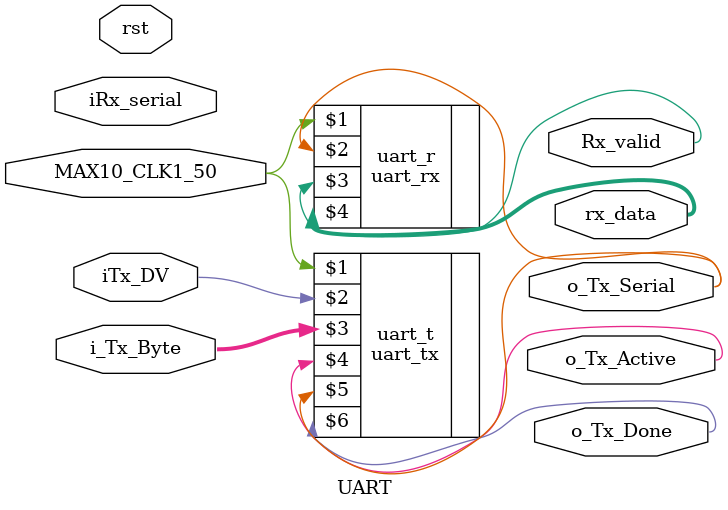
<source format=v>

module UART(
	input MAX10_CLK1_50,
    input rst,
	input iRx_serial, // the serial input
    output Rx_valid, // the recieved byte is valid
    output [7:0] rx_data,
    input iTx_DV, // data to transmit is valid. start transmitting
    input [7:0] i_Tx_Byte,
    output o_Tx_Active,
    output o_Tx_Serial,
    output o_Tx_Done
);

//uart_rx uart_r(MAX10_CLK1_50,iRx_serial,Rx_valid,rx_data); 
// for testing, loop back the tx into rx
uart_rx uart_r(MAX10_CLK1_50,o_Tx_Serial,Rx_valid,rx_data);
uart_tx uart_t(MAX10_CLK1_50,iTx_DV,i_Tx_Byte,o_Tx_Active,o_Tx_Serial,o_Tx_Done);



endmodule
</source>
